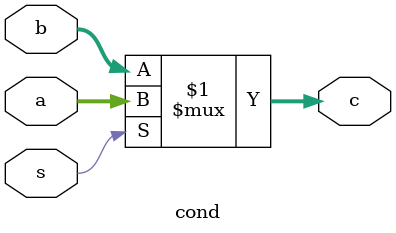
<source format=v>
module cond(input[3:0] a, input[3:0] b, input s, output[3:0] c);
    assign c = s? a : b;
endmodule
</source>
